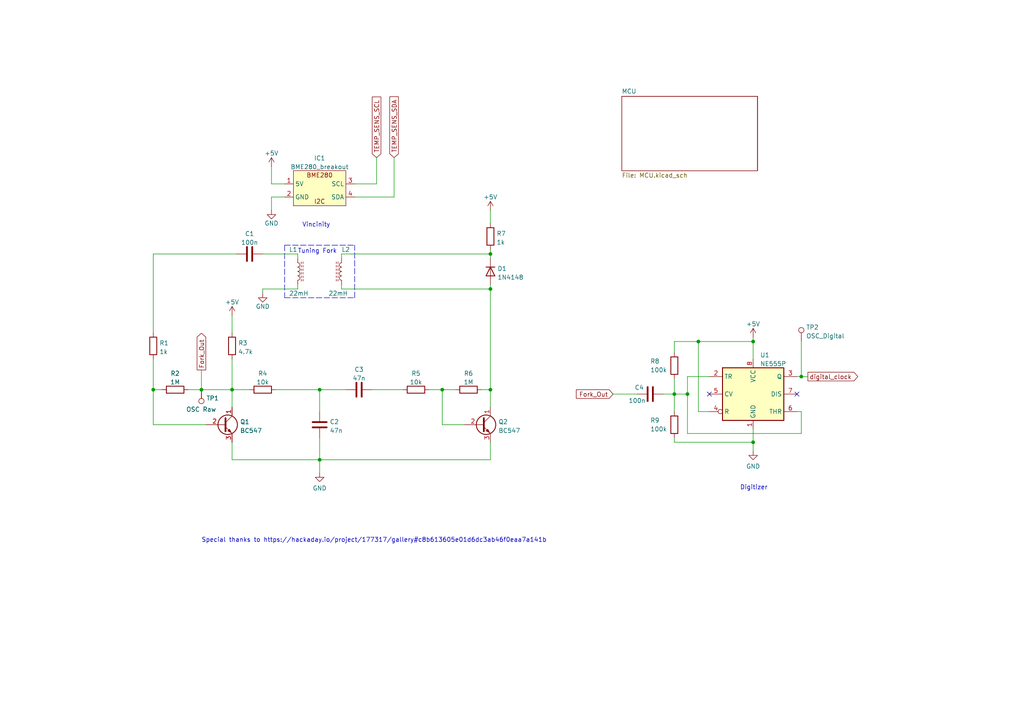
<source format=kicad_sch>
(kicad_sch (version 20211123) (generator eeschema)
  (paper "A4")
  (lib_symbols
    (symbol "Connector:TestPoint" (pin_numbers hide) (pin_names (offset 0.762) hide)
      (property "Reference" "TP" (at 0 6.858 0))
      (property "Value" "TestPoint" (at 0 5.08 0))
      (symbol "TestPoint_0_1"
        (circle (center 0 3.302) (radius 0.762))
      )
      (symbol "TestPoint_1_1"
        (pin passive line (at 0 0 90) (length 2.54) (name "1") (number "1"))
      )
    )
    (symbol "Device:C" (pin_numbers hide) (pin_names (offset 0.254))
      (property "Reference" "C" (at 0.635 2.54 0))
      (property "Value" "C" (at 0.635 -2.54 0))
      (symbol "C_0_1"
        (polyline (pts (xy -2.032 -0.762) (xy 2.032 -0.762)) (stroke (width 0.508)))
        (polyline (pts (xy -2.032 0.762) (xy 2.032 0.762)) (stroke (width 0.508)))
      )
      (symbol "C_1_1"
        (pin passive line (at 0 3.81 270) (length 2.794) (name "~") (number "1"))
        (pin passive line (at 0 -3.81 90) (length 2.794) (name "~") (number "2"))
      )
    )
    (symbol "Device:L_Ferrite" (pin_numbers hide) (pin_names (offset 1.016) hide)
      (property "Reference" "L" (at -1.27 0 90))
      (property "Value" "L_Ferrite" (at 2.794 0 90))
      (symbol "L_Ferrite_0_1"
        (arc (start 0 -2.54) (mid 0.635 -1.905) (end 0 -1.27))
        (arc (start 0 -1.27) (mid 0.635 -0.635) (end 0 0))
        (polyline (pts (xy 1.016 -2.794) (xy 1.016 -2.286)))
        (polyline (pts (xy 1.016 -1.778) (xy 1.016 -1.27)))
        (polyline (pts (xy 1.016 -0.762) (xy 1.016 -0.254)))
        (polyline (pts (xy 1.016 0.254) (xy 1.016 0.762)))
        (polyline (pts (xy 1.016 1.27) (xy 1.016 1.778)))
        (polyline (pts (xy 1.016 2.286) (xy 1.016 2.794)))
        (polyline (pts (xy 1.524 -2.286) (xy 1.524 -2.794)))
        (polyline (pts (xy 1.524 -1.27) (xy 1.524 -1.778)))
        (polyline (pts (xy 1.524 -0.254) (xy 1.524 -0.762)))
        (polyline (pts (xy 1.524 0.762) (xy 1.524 0.254)))
        (polyline (pts (xy 1.524 1.778) (xy 1.524 1.27)))
        (polyline (pts (xy 1.524 2.794) (xy 1.524 2.286)))
        (arc (start 0 0) (mid 0.635 0.635) (end 0 1.27))
        (arc (start 0 1.27) (mid 0.635 1.905) (end 0 2.54))
      )
      (symbol "L_Ferrite_1_1"
        (pin passive line (at 0 3.81 270) (length 1.27) (name "1") (number "1"))
        (pin passive line (at 0 -3.81 90) (length 1.27) (name "2") (number "2"))
      )
    )
    (symbol "Device:R" (pin_numbers hide) (pin_names (offset 0))
      (property "Reference" "R" (at 2.032 0 90))
      (property "Value" "R" (at 0 0 90))
      (symbol "R_0_1"
        (rectangle (start -1.016 -2.54) (end 1.016 2.54) (stroke (width 0.254)))
      )
      (symbol "R_1_1"
        (pin passive line (at 0 3.81 270) (length 1.27) (name "~") (number "1"))
        (pin passive line (at 0 -3.81 90) (length 1.27) (name "~") (number "2"))
      )
    )
    (symbol "Diode:1N4148" (pin_numbers hide) (pin_names hide)
      (property "Reference" "D" (at 0 2.54 0))
      (property "Value" "1N4148" (at 0 -2.54 0))
      (symbol "1N4148_0_1"
        (polyline (pts (xy -1.27 1.27) (xy -1.27 -1.27)) (stroke (width 0.254)))
        (polyline (pts (xy 1.27 0) (xy -1.27 0)))
        (polyline (pts (xy 1.27 1.27) (xy 1.27 -1.27) (xy -1.27 0) (xy 1.27 1.27)) (stroke (width 0.254)))
      )
      (symbol "1N4148_1_1"
        (pin passive line (at -3.81 0 0) (length 2.54) (name "K") (number "1"))
        (pin passive line (at 3.81 0 180) (length 2.54) (name "A") (number "2"))
      )
    )
    (symbol "Timer:NE555P"
      (property "Reference" "U" (at -10.16 8.89 0))
      (property "Value" "NE555P" (at 2.54 8.89 0))
      (symbol "NE555P_0_0"
        (pin power_in line (at 0 -10.16 90) (length 2.54) (name "GND") (number "1"))
        (pin power_in line (at 0 10.16 270) (length 2.54) (name "VCC") (number "8"))
      )
      (symbol "NE555P_0_1"
        (rectangle (start -8.89 -7.62) (end 8.89 7.62) (stroke (width 0.254)) (fill (type background)))
        (rectangle (start -8.89 -7.62) (end 8.89 7.62) (stroke (width 0.254)) (fill (type background)))
      )
      (symbol "NE555P_1_1"
        (pin input line (at -12.7 5.08 0) (length 3.81) (name "TR") (number "2"))
        (pin output line (at 12.7 5.08 180) (length 3.81) (name "Q") (number "3"))
        (pin input inverted (at -12.7 -5.08 0) (length 3.81) (name "R") (number "4"))
        (pin input line (at -12.7 0 0) (length 3.81) (name "CV") (number "5"))
        (pin input line (at 12.7 -5.08 180) (length 3.81) (name "THR") (number "6"))
        (pin input line (at 12.7 0 180) (length 3.81) (name "DIS") (number "7"))
      )
    )
    (symbol "Transistor_BJT:BC547" (pin_names (offset 0) hide)
      (property "Reference" "Q" (at 5.08 1.905 0))
      (property "Value" "BC547" (at 5.08 0 0))
      (symbol "BC547_0_1"
        (polyline (pts (xy 0 0) (xy 0.635 0)))
        (polyline (pts (xy 0.635 0.635) (xy 2.54 2.54)))
        (polyline (pts (xy 0.635 -0.635) (xy 2.54 -2.54) (xy 2.54 -2.54)))
        (polyline (pts (xy 0.635 1.905) (xy 0.635 -1.905) (xy 0.635 -1.905)) (stroke (width 0.508)))
        (polyline (pts (xy 1.27 -1.778) (xy 1.778 -1.27) (xy 2.286 -2.286) (xy 1.27 -1.778) (xy 1.27 -1.778)) (fill (type outline)))
        (circle (center 1.27 0) (radius 2.8194) (stroke (width 0.254)))
      )
      (symbol "BC547_1_1"
        (pin passive line (at 2.54 5.08 270) (length 2.54) (name "C") (number "1"))
        (pin input line (at -5.08 0 0) (length 5.08) (name "B") (number "2"))
        (pin passive line (at 2.54 -5.08 90) (length 2.54) (name "E") (number "3"))
      )
    )
    (symbol "power:+5V" (power) (pin_names (offset 0))
      (property "Value" "+5V" (at 0 3.556 0))
      (symbol "+5V_0_1"
        (polyline (pts (xy -0.762 1.27) (xy 0 2.54)))
        (polyline (pts (xy 0 0) (xy 0 2.54)))
        (polyline (pts (xy 0 2.54) (xy 0.762 1.27)))
      )
      (symbol "+5V_1_1"
        (pin power_in line (at 0 0 90) (length 0) hide (name "+5V") (number "1"))
      )
    )
    (symbol "power:GND" (power) (pin_names (offset 0))
      (property "Value" "GND" (at 0 -3.81 0))
      (symbol "GND_0_1"
        (polyline (pts (xy 0 0) (xy 0 -1.27) (xy 1.27 -1.27) (xy 0 -2.54) (xy -1.27 -1.27) (xy 0 -1.27)))
      )
      (symbol "GND_1_1"
        (pin power_in line (at 0 0 270) (length 0) hide (name "GND") (number "1"))
      )
    )
    (symbol "project_lib:BME280_breakout"
      (property "Reference" "IC" (at 0 0 0))
      (property "Value" "BME280_breakout" (at 0 2.54 0))
      (symbol "BME280_breakout_0_0"
        (text "BME280" (at 0 -3.81 0) (effects (font (size 1.27 1.27))))
        (text "I2C" (at 0 -11.43 0) (effects (font (size 1.27 1.27))))
      )
      (symbol "BME280_breakout_0_1"
        (rectangle (start -7.62 -2.54) (end 7.62 -12.7) (stroke (width 0.1524)) (fill (type background)))
      )
      (symbol "BME280_breakout_1_1"
        (pin input line (at -10.16 -6.35 0) (length 2.54) (name "5V") (number "1"))
        (pin input line (at -10.16 -10.16 0) (length 2.54) (name "GND") (number "2"))
        (pin input line (at 10.16 -6.35 180) (length 2.54) (name "SCL") (number "3"))
        (pin bidirectional line (at 10.16 -10.16 180) (length 2.54) (name "SDA") (number "4"))
      )
    )
  )
  (junction (at 67.31 113.03))
  (junction (at 44.45 113.03))
  (junction (at 218.44 128.27))
  (junction (at 128.27 113.03))
  (junction (at 232.41 109.22))
  (junction (at 58.42 113.03))
  (junction (at 142.24 83.82))
  (junction (at 195.58 114.3))
  (junction (at 92.71 133.35))
  (junction (at 202.565 99.06))
  (junction (at 142.24 73.66))
  (junction (at 218.44 99.06))
  (junction (at 199.39 114.3))
  (junction (at 92.71 113.03))
  (junction (at 142.24 113.03))
  (no_connect (at 205.74 114.3))
  (no_connect (at 231.14 114.3))
  (wire (pts (xy 44.45 113.03) (xy 46.99 113.03)))
  (wire (pts (xy 92.71 127) (xy 92.71 133.35)))
  (wire (pts (xy 231.14 109.22) (xy 232.41 109.22)))
  (wire (pts (xy 58.42 113.03) (xy 67.31 113.03)))
  (wire (pts (xy 218.44 99.06) (xy 218.44 104.14)))
  (wire (pts (xy 67.31 113.03) (xy 72.39 113.03)))
  (wire (pts (xy 142.24 83.82) (xy 142.24 113.03)))
  (wire (pts (xy 231.14 119.38) (xy 232.41 119.38)))
  (wire (pts (xy 78.74 53.34) (xy 82.55 53.34)))
  (wire (pts (xy 195.58 127) (xy 195.58 128.27)))
  (wire (pts (xy 232.41 99.06) (xy 232.41 109.22)))
  (wire (pts (xy 92.71 119.38) (xy 92.71 113.03)))
  (wire (pts (xy 99.06 74.93) (xy 99.06 73.66)))
  (wire (pts (xy 67.31 113.03) (xy 67.31 118.11)))
  (wire (pts (xy 44.45 104.14) (xy 44.45 113.03)))
  (wire (pts (xy 76.2 85.09) (xy 76.2 83.82)))
  (wire (pts (xy 109.22 45.72) (xy 109.22 53.34)))
  (wire (pts (xy 99.06 82.55) (xy 99.06 83.82)))
  (wire (pts (xy 76.2 83.82) (xy 86.36 83.82)))
  (wire (pts (xy 177.8 114.3) (xy 184.785 114.3)))
  (wire (pts (xy 102.87 57.15) (xy 114.3 57.15)))
  (wire (pts (xy 199.39 114.3) (xy 199.39 125.73)))
  (wire (pts (xy 44.45 113.03) (xy 44.45 123.19)))
  (wire (pts (xy 142.24 118.11) (xy 142.24 113.03)))
  (wire (pts (xy 107.95 113.03) (xy 116.84 113.03)))
  (wire (pts (xy 86.36 73.66) (xy 86.36 74.93)))
  (wire (pts (xy 102.87 53.34) (xy 109.22 53.34)))
  (wire (pts (xy 92.71 113.03) (xy 80.01 113.03)))
  (wire (pts (xy 58.42 107.315) (xy 58.42 113.03)))
  (wire (pts (xy 195.58 99.06) (xy 202.565 99.06)))
  (wire (pts (xy 54.61 113.03) (xy 58.42 113.03)))
  (wire (pts (xy 202.565 99.06) (xy 218.44 99.06)))
  (wire (pts (xy 205.74 119.38) (xy 202.565 119.38)))
  (wire (pts (xy 199.39 109.22) (xy 199.39 114.3)))
  (wire (pts (xy 78.74 60.96) (xy 78.74 57.15)))
  (wire (pts (xy 99.06 73.66) (xy 142.24 73.66)))
  (wire (pts (xy 92.71 133.35) (xy 142.24 133.35)))
  (polyline (pts (xy 82.55 71.12) (xy 102.87 71.12)))
  (wire (pts (xy 195.58 102.235) (xy 195.58 99.06)))
  (wire (pts (xy 199.39 114.3) (xy 195.58 114.3)))
  (wire (pts (xy 44.45 73.66) (xy 68.58 73.66)))
  (polyline (pts (xy 102.87 86.36) (xy 102.87 71.12)))
  (wire (pts (xy 205.74 109.22) (xy 199.39 109.22)))
  (wire (pts (xy 99.06 83.82) (xy 142.24 83.82)))
  (wire (pts (xy 195.58 109.855) (xy 195.58 114.3)))
  (wire (pts (xy 76.2 73.66) (xy 86.36 73.66)))
  (wire (pts (xy 67.31 104.14) (xy 67.31 113.03)))
  (wire (pts (xy 67.31 133.35) (xy 92.71 133.35)))
  (wire (pts (xy 78.74 57.15) (xy 82.55 57.15)))
  (wire (pts (xy 142.24 72.39) (xy 142.24 73.66)))
  (polyline (pts (xy 82.55 86.36) (xy 102.87 86.36)))
  (wire (pts (xy 142.24 60.96) (xy 142.24 64.77)))
  (wire (pts (xy 142.24 113.03) (xy 139.7 113.03)))
  (wire (pts (xy 202.565 119.38) (xy 202.565 99.06)))
  (wire (pts (xy 44.45 123.19) (xy 59.69 123.19)))
  (wire (pts (xy 86.36 83.82) (xy 86.36 82.55)))
  (wire (pts (xy 195.58 128.27) (xy 218.44 128.27)))
  (wire (pts (xy 218.44 99.06) (xy 218.44 97.79)))
  (wire (pts (xy 128.27 113.03) (xy 132.08 113.03)))
  (wire (pts (xy 114.3 57.15) (xy 114.3 45.72)))
  (wire (pts (xy 78.74 48.26) (xy 78.74 53.34)))
  (wire (pts (xy 218.44 128.27) (xy 218.44 130.81)))
  (wire (pts (xy 232.41 109.22) (xy 234.315 109.22)))
  (polyline (pts (xy 82.55 71.12) (xy 82.55 86.36)))
  (wire (pts (xy 67.31 128.27) (xy 67.31 133.35)))
  (wire (pts (xy 128.27 113.03) (xy 128.27 123.19)))
  (wire (pts (xy 142.24 73.66) (xy 142.24 74.93)))
  (wire (pts (xy 142.24 82.55) (xy 142.24 83.82)))
  (wire (pts (xy 192.405 114.3) (xy 195.58 114.3)))
  (wire (pts (xy 195.58 114.3) (xy 195.58 119.38)))
  (wire (pts (xy 92.71 133.35) (xy 92.71 137.16)))
  (wire (pts (xy 128.27 123.19) (xy 134.62 123.19)))
  (wire (pts (xy 44.45 96.52) (xy 44.45 73.66)))
  (wire (pts (xy 232.41 125.73) (xy 199.39 125.73)))
  (wire (pts (xy 92.71 113.03) (xy 100.33 113.03)))
  (wire (pts (xy 218.44 124.46) (xy 218.44 128.27)))
  (wire (pts (xy 232.41 119.38) (xy 232.41 125.73)))
  (wire (pts (xy 124.46 113.03) (xy 128.27 113.03)))
  (wire (pts (xy 142.24 133.35) (xy 142.24 128.27)))
  (wire (pts (xy 67.31 91.44) (xy 67.31 96.52)))
  (text "Tuning Fork" (at 86.36 73.66 0) (effects (font (size 1.27 1.27)) (justify left bottom)))
  (text "Digitizer" (at 214.63 142.24 0) (effects (font (size 1.27 1.27)) (justify left bottom)))
  (text "Vincinity" (at 87.63 66.04 0) (effects (font (size 1.27 1.27)) (justify left bottom)))
  (text "Special thanks to https://hackaday.io/project/177317/gallery#c8b613605e01d6dc3ab46f0eaa7a141b" (at 58.42 157.48 0) (effects (font (size 1.27 1.27)) (justify left bottom)))
  (global_label "digital_clock" (shape output) (at 234.315 109.22 0) (property "Intersheet References" "${INTERSHEET_REFS}" (effects hide)))
  (global_label "TEMP_SENS_SCL" (shape input) (at 109.22 45.72 90) (property "Intersheet References" "${INTERSHEET_REFS}" (effects hide)))
  (global_label "Fork_Out" (shape input) (at 177.8 114.3 180) (property "Intersheet References" "${INTERSHEET_REFS}" (effects hide)))
  (global_label "Fork_Out" (shape output) (at 58.42 107.315 90) (property "Intersheet References" "${INTERSHEET_REFS}" (effects hide)))
  (global_label "TEMP_SENS_SDA" (shape input) (at 114.3 45.72 90) (property "Intersheet References" "${INTERSHEET_REFS}" (effects hide)))
  (symbol (lib_id "Device:C") (at 104.14 113.03 90) (unit 1)
    (property "Reference" "C3" (at 104.14 107.1712 90))
    (property "Value" "47n" (at 104.14 109.7081 90))
    (property "Footprint" "Capacitor_THT:C_Disc_D4.7mm_W2.5mm_P5.00mm" (effects hide))
  )
  (symbol (lib_id "Device:R") (at 67.31 100.33 180) (unit 1)
    (property "Reference" "R3" (at 69.088 99.4953 0) (effects (justify right)))
    (property "Value" "4.7k" (at 69.088 102.0322 0) (effects (justify right)))
    (property "Footprint" "Resistor_THT:R_Axial_DIN0309_L9.0mm_D3.2mm_P12.70mm_Horizontal" (effects hide))
  )
  (symbol (lib_id "power:GND") (at 218.44 130.81 0) (unit 1)
    (property "Reference" "#PWR0103" (effects hide))
    (property "Value" "GND" (at 218.44 135.2534 0))
  )
  (symbol (lib_id "Device:R") (at 142.24 68.58 180) (unit 1)
    (property "Reference" "R7" (at 144.018 67.7453 0) (effects (justify right)))
    (property "Value" "1k" (at 144.018 70.2822 0) (effects (justify right)))
    (property "Footprint" "Resistor_THT:R_Axial_DIN0309_L9.0mm_D3.2mm_P12.70mm_Horizontal" (effects hide))
  )
  (symbol (lib_id "Device:R") (at 195.58 123.19 0) (unit 1)
    (property "Reference" "R9" (at 188.595 121.92 0) (effects (justify left)))
    (property "Value" "100k" (at 188.595 124.46 0) (effects (justify left)))
    (property "Footprint" "Resistor_THT:R_Axial_DIN0309_L9.0mm_D3.2mm_P12.70mm_Horizontal" (effects hide))
  )
  (symbol (lib_id "Device:C") (at 92.71 123.19 180) (unit 1)
    (property "Reference" "C2" (at 95.631 122.3553 0) (effects (justify right)))
    (property "Value" "47n" (at 95.631 124.8922 0) (effects (justify right)))
    (property "Footprint" "Capacitor_THT:C_Disc_D4.7mm_W2.5mm_P5.00mm" (effects hide))
  )
  (symbol (lib_id "power:GND") (at 76.2 85.09 0) (unit 1)
    (property "Reference" "#PWR0102" (effects hide))
    (property "Value" "GND" (at 76.2 88.9 0))
  )
  (symbol (lib_id "power:GND") (at 92.71 137.16 0) (unit 1)
    (property "Reference" "#PWR0104" (effects hide))
    (property "Value" "GND" (at 92.71 141.6034 0))
  )
  (symbol (lib_id "Device:L_Ferrite") (at 99.06 78.74 180) (unit 1)
    (property "Reference" "L2" (at 99.06 72.39 0) (effects (justify right)))
    (property "Value" "22mH" (at 95.25 85.09 0) (effects (justify right)))
    (property "Footprint" "Inductor_THT:L_Radial_D7.8mm_P5.00mm_Fastron_07HCP" (effects hide))
  )
  (symbol (lib_id "Transistor_BJT:BC547") (at 64.77 123.19 0) (unit 1)
    (property "Reference" "Q1" (at 69.6214 122.3553 0) (effects (justify left)))
    (property "Value" "BC547" (at 69.6214 124.8922 0) (effects (justify left)))
    (property "Footprint" "Package_TO_SOT_THT:TO-92_Inline" (effects hide))
    (property "Datasheet" "https://www.onsemi.com/pub/Collateral/BC550-D.pdf" (effects hide))
  )
  (symbol (lib_id "Connector:TestPoint") (at 232.41 99.06 0) (unit 1)
    (property "Reference" "TP2" (at 233.807 94.9233 0) (effects (justify left)))
    (property "Value" "OSC_Digital" (at 233.807 97.4602 0) (effects (justify left)))
    (property "Footprint" "TestPoint:TestPoint_Pad_D1.5mm" (effects hide))
  )
  (symbol (lib_id "power:+5V") (at 67.31 91.44 0) (unit 1)
    (property "Reference" "#PWR0105" (effects hide))
    (property "Value" "+5V" (at 67.31 87.63 0))
  )
  (symbol (lib_id "Timer:NE555P") (at 218.44 114.3 0) (unit 1)
    (property "Reference" "U1" (at 220.4594 102.9802 0) (effects (justify left)))
    (property "Value" "NE555P" (at 220.4594 105.5171 0) (effects (justify left)))
    (property "Footprint" "Package_DIP:DIP-8_W7.62mm" (effects hide))
    (property "Datasheet" "http://www.ti.com/lit/ds/symlink/ne555.pdf" (effects hide))
  )
  (symbol (lib_id "power:+5V") (at 218.44 97.79 0) (unit 1)
    (property "Reference" "#PWR0101" (effects hide))
    (property "Value" "+5V" (at 218.44 93.98 0))
  )
  (symbol (lib_id "Device:L_Ferrite") (at 86.36 78.74 0) (unit 1)
    (property "Reference" "L1" (at 83.82 72.39 0) (effects (justify left)))
    (property "Value" "22mH" (at 83.82 85.09 0) (effects (justify left)))
    (property "Footprint" "Inductor_THT:L_Radial_D7.8mm_P5.00mm_Fastron_07HCP" (effects hide))
  )
  (symbol (lib_id "Device:R") (at 195.58 106.045 0) (unit 1)
    (property "Reference" "R8" (at 188.595 104.775 0) (effects (justify left)))
    (property "Value" "100k" (at 188.595 107.315 0) (effects (justify left)))
    (property "Footprint" "Resistor_THT:R_Axial_DIN0309_L9.0mm_D3.2mm_P12.70mm_Horizontal" (effects hide))
  )
  (symbol (lib_id "Device:R") (at 120.65 113.03 90) (unit 1)
    (property "Reference" "R5" (at 120.65 108.3142 90))
    (property "Value" "10k" (at 120.65 110.8511 90))
    (property "Footprint" "Resistor_THT:R_Axial_DIN0309_L9.0mm_D3.2mm_P12.70mm_Horizontal" (effects hide))
  )
  (symbol (lib_id "Device:C") (at 188.595 114.3 90) (unit 1)
    (property "Reference" "C4" (at 185.42 112.395 90))
    (property "Value" "100n" (at 184.785 116.205 90))
    (property "Footprint" "Capacitor_THT:C_Disc_D4.7mm_W2.5mm_P5.00mm" (effects hide))
  )
  (symbol (lib_id "Connector:TestPoint") (at 58.42 113.03 180) (unit 1)
    (property "Reference" "TP1" (at 59.817 115.4973 0) (effects (justify right)))
    (property "Value" "OSC Raw" (at 53.975 118.745 0) (effects (justify right)))
    (property "Footprint" "TestPoint:TestPoint_Pad_D1.5mm" (effects hide))
  )
  (symbol (lib_id "Device:R") (at 50.8 113.03 90) (unit 1)
    (property "Reference" "R2" (at 50.8 108.3142 90))
    (property "Value" "1M" (at 50.8 110.8511 90))
    (property "Footprint" "Resistor_THT:R_Axial_DIN0309_L9.0mm_D3.2mm_P12.70mm_Horizontal" (effects hide))
  )
  (symbol (lib_id "power:+5V") (at 142.24 60.96 0) (unit 1)
    (property "Reference" "#PWR0106" (effects hide))
    (property "Value" "+5V" (at 142.24 57.15 0))
  )
  (symbol (lib_id "Device:R") (at 44.45 100.33 0) (unit 1)
    (property "Reference" "R1" (at 46.228 99.4953 0) (effects (justify left)))
    (property "Value" "1k" (at 46.228 102.0322 0) (effects (justify left)))
    (property "Footprint" "Resistor_THT:R_Axial_DIN0309_L9.0mm_D3.2mm_P12.70mm_Horizontal" (effects hide))
  )
  (symbol (lib_id "Device:C") (at 72.39 73.66 90) (unit 1)
    (property "Reference" "C1" (at 72.39 67.8012 90))
    (property "Value" "100n" (at 72.39 70.3381 90))
    (property "Footprint" "Capacitor_THT:C_Disc_D4.7mm_W2.5mm_P5.00mm" (effects hide))
  )
  (symbol (lib_id "Transistor_BJT:BC547") (at 139.7 123.19 0) (unit 1)
    (property "Reference" "Q2" (at 144.5514 122.3553 0) (effects (justify left)))
    (property "Value" "BC547" (at 144.5514 124.8922 0) (effects (justify left)))
    (property "Footprint" "Package_TO_SOT_THT:TO-92_Inline" (effects hide))
    (property "Datasheet" "https://www.onsemi.com/pub/Collateral/BC550-D.pdf" (effects hide))
  )
  (symbol (lib_id "Device:R") (at 135.89 113.03 90) (unit 1)
    (property "Reference" "R6" (at 135.89 108.3142 90))
    (property "Value" "1M" (at 135.89 110.8511 90))
    (property "Footprint" "Resistor_THT:R_Axial_DIN0309_L9.0mm_D3.2mm_P12.70mm_Horizontal" (effects hide))
  )
  (symbol (lib_id "power:+5V") (at 78.74 48.26 0) (unit 1)
    (property "Reference" "#PWR0108" (effects hide))
    (property "Value" "+5V" (at 78.74 44.45 0))
  )
  (symbol (lib_id "power:GND") (at 78.74 60.96 0) (unit 1)
    (property "Reference" "#PWR0107" (effects hide))
    (property "Value" "GND" (at 78.74 64.77 0))
  )
  (symbol (lib_id "project_lib:BME280_breakout") (at 92.71 46.99 0) (unit 1)
    (property "Reference" "IC1" (at 92.71 45.881 0))
    (property "Value" "BME280_breakout" (at 92.71 48.4179 0))
    (property "Footprint" "Connector_PinHeader_2.54mm:PinHeader_1x04_P2.54mm_Vertical" (effects hide))
  )
  (symbol (lib_id "Diode:1N4148") (at 142.24 78.74 270) (unit 1)
    (property "Reference" "D1" (at 144.272 77.9053 90) (effects (justify left)))
    (property "Value" "1N4148" (at 144.272 80.4422 90) (effects (justify left)))
    (property "Footprint" "Diode_THT:D_DO-35_SOD27_P7.62mm_Horizontal" (effects hide))
    (property "Datasheet" "https://assets.nexperia.com/documents/data-sheet/1N4148_1N4448.pdf" (effects hide))
  )
  (symbol (lib_id "Device:R") (at 76.2 113.03 90) (unit 1)
    (property "Reference" "R4" (at 76.2 108.3142 90))
    (property "Value" "10k" (at 76.2 110.8511 90))
    (property "Footprint" "Resistor_THT:R_Axial_DIN0309_L9.0mm_D3.2mm_P12.70mm_Horizontal" (effects hide))
  )
  (sheet (at 180.34 27.94) (size 39.37 21.59) (stroke (width 0.1524))
    (property "Sheet name" "MCU" (at 180.34 27.2284 0) (effects (justify left bottom)))
    (property "Sheet file" "MCU.kicad_sch" (at 180.34 50.1146 0) (effects (justify left top)))
  )
)
</source>
